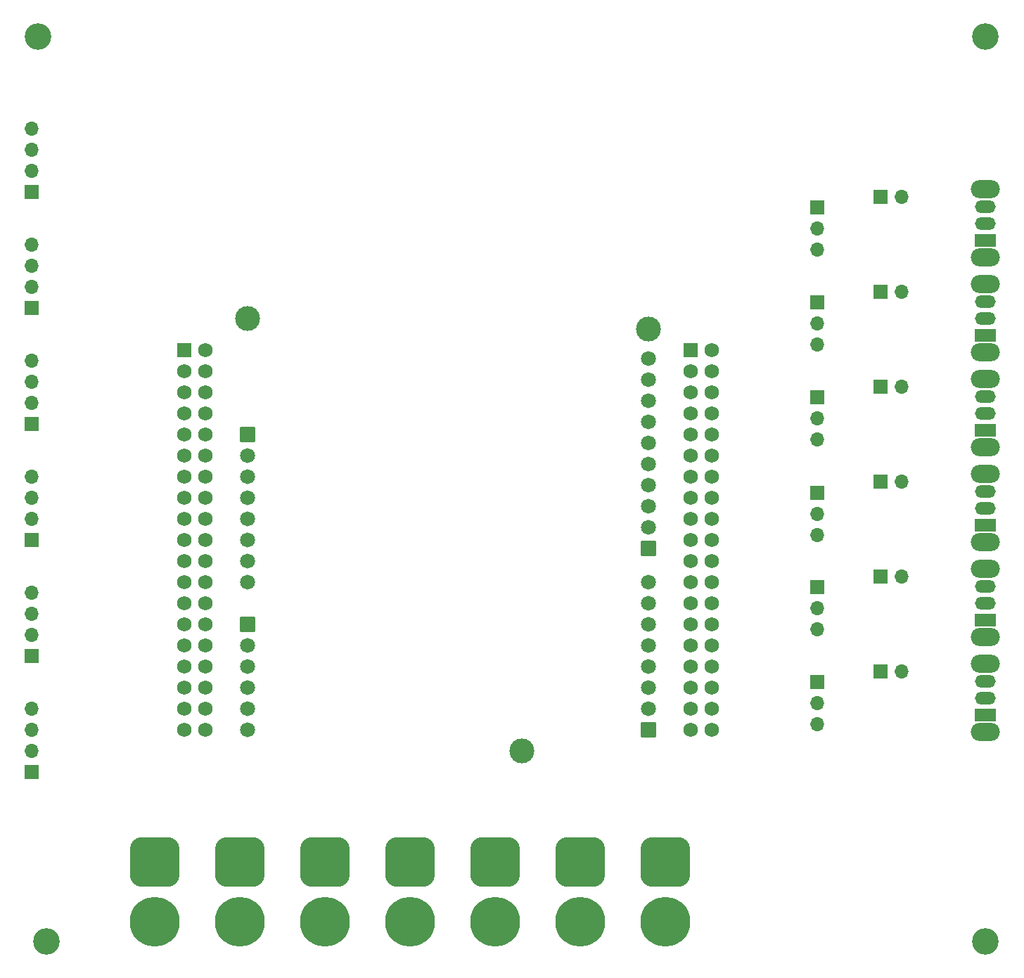
<source format=gbr>
%TF.GenerationSoftware,KiCad,Pcbnew,(7.0.0-0)*%
%TF.CreationDate,2023-11-04T22:02:26-07:00*%
%TF.ProjectId,master_node,6d617374-6572-45f6-9e6f-64652e6b6963,rev?*%
%TF.SameCoordinates,Original*%
%TF.FileFunction,Soldermask,Bot*%
%TF.FilePolarity,Negative*%
%FSLAX46Y46*%
G04 Gerber Fmt 4.6, Leading zero omitted, Abs format (unit mm)*
G04 Created by KiCad (PCBNEW (7.0.0-0)) date 2023-11-04 22:02:26*
%MOMM*%
%LPD*%
G01*
G04 APERTURE LIST*
G04 Aperture macros list*
%AMRoundRect*
0 Rectangle with rounded corners*
0 $1 Rounding radius*
0 $2 $3 $4 $5 $6 $7 $8 $9 X,Y pos of 4 corners*
0 Add a 4 corners polygon primitive as box body*
4,1,4,$2,$3,$4,$5,$6,$7,$8,$9,$2,$3,0*
0 Add four circle primitives for the rounded corners*
1,1,$1+$1,$2,$3*
1,1,$1+$1,$4,$5*
1,1,$1+$1,$6,$7*
1,1,$1+$1,$8,$9*
0 Add four rect primitives between the rounded corners*
20,1,$1+$1,$2,$3,$4,$5,0*
20,1,$1+$1,$4,$5,$6,$7,0*
20,1,$1+$1,$6,$7,$8,$9,0*
20,1,$1+$1,$8,$9,$2,$3,0*%
G04 Aperture macros list end*
%ADD10O,3.500000X2.200000*%
%ADD11R,2.500000X1.500000*%
%ADD12O,2.500000X1.500000*%
%ADD13RoundRect,1.500000X-1.500000X1.500000X-1.500000X-1.500000X1.500000X-1.500000X1.500000X1.500000X0*%
%ADD14C,6.000000*%
%ADD15R,1.700000X1.700000*%
%ADD16O,1.700000X1.700000*%
%ADD17C,3.200000*%
%ADD18C,1.734000*%
%ADD19RoundRect,0.102000X-0.765000X-0.765000X0.765000X-0.765000X0.765000X0.765000X-0.765000X0.765000X0*%
%ADD20C,1.809000*%
%ADD21RoundRect,0.102000X-0.802500X-0.802500X0.802500X-0.802500X0.802500X0.802500X-0.802500X0.802500X0*%
%ADD22C,3.000000*%
G04 APERTURE END LIST*
D10*
%TO.C,SW2*%
X191039999Y-109509999D03*
X191039999Y-101309999D03*
D11*
X191039999Y-107409999D03*
D12*
X191039999Y-105409999D03*
X191039999Y-103409999D03*
%TD*%
D13*
%TO.C,J15*%
X132000000Y-159400000D03*
D14*
X132000000Y-166600000D03*
%TD*%
D13*
%TO.C,J16*%
X121750000Y-159400000D03*
D14*
X121750000Y-166600000D03*
%TD*%
D15*
%TO.C,J1*%
X170814999Y-80644999D03*
D16*
X170814999Y-83184999D03*
X170814999Y-85724999D03*
%TD*%
D10*
%TO.C,SW5*%
X191039999Y-120939999D03*
X191039999Y-112739999D03*
D11*
X191039999Y-118839999D03*
D12*
X191039999Y-116839999D03*
X191039999Y-114839999D03*
%TD*%
D13*
%TO.C,J14*%
X142250000Y-159400000D03*
D14*
X142250000Y-166600000D03*
%TD*%
D15*
%TO.C,J2*%
X170814999Y-103504999D03*
D16*
X170814999Y-106044999D03*
X170814999Y-108584999D03*
%TD*%
%TO.C,J12*%
X76199999Y-127009999D03*
X76199999Y-129549999D03*
X76199999Y-132089999D03*
D15*
X76199999Y-134629999D03*
%TD*%
D13*
%TO.C,J18*%
X101250000Y-159400000D03*
D14*
X101250000Y-166600000D03*
%TD*%
D13*
%TO.C,J13*%
X152500000Y-159400000D03*
D14*
X152500000Y-166600000D03*
%TD*%
D15*
%TO.C,J4*%
X170814999Y-92074999D03*
D16*
X170814999Y-94614999D03*
X170814999Y-97154999D03*
%TD*%
D13*
%TO.C,J19*%
X91000000Y-159400000D03*
D14*
X91000000Y-166600000D03*
%TD*%
D17*
%TO.C,H4*%
X191000000Y-60000000D03*
%TD*%
D15*
%TO.C,J22*%
X178429999Y-125094999D03*
D16*
X180969999Y-125094999D03*
%TD*%
%TO.C,J7*%
X76199999Y-113039999D03*
X76199999Y-115579999D03*
X76199999Y-118119999D03*
D15*
X76199999Y-120659999D03*
%TD*%
D10*
%TO.C,SW6*%
X191039999Y-143799999D03*
X191039999Y-135599999D03*
D11*
X191039999Y-141699999D03*
D12*
X191039999Y-139699999D03*
X191039999Y-137699999D03*
%TD*%
D16*
%TO.C,J8*%
X76199999Y-99079999D03*
X76199999Y-101619999D03*
X76199999Y-104159999D03*
D15*
X76199999Y-106699999D03*
%TD*%
D16*
%TO.C,J9*%
X76199999Y-140969999D03*
X76199999Y-143509999D03*
X76199999Y-146049999D03*
D15*
X76199999Y-148589999D03*
%TD*%
%TO.C,J3*%
X170814999Y-126364999D03*
D16*
X170814999Y-128904999D03*
X170814999Y-131444999D03*
%TD*%
D13*
%TO.C,J17*%
X111500000Y-159400000D03*
D14*
X111500000Y-166600000D03*
%TD*%
D17*
%TO.C,H3*%
X191000000Y-169000000D03*
%TD*%
D18*
%TO.C,U1*%
X158115000Y-143525000D03*
X155575000Y-143525000D03*
X158115000Y-140985000D03*
X155575000Y-140985000D03*
X158115000Y-138445000D03*
X155575000Y-138445000D03*
X158115000Y-135905000D03*
X155575000Y-135905000D03*
X158115000Y-133365000D03*
X155575000Y-133365000D03*
X158115000Y-130825000D03*
X155575000Y-130825000D03*
X158115000Y-128285000D03*
X155575000Y-128285000D03*
X158115000Y-125745000D03*
X155575000Y-125745000D03*
X158115000Y-123205000D03*
X155575000Y-123205000D03*
X158115000Y-120665000D03*
X155575000Y-120665000D03*
X158115000Y-118125000D03*
X155575000Y-118125000D03*
X158115000Y-115585000D03*
X155575000Y-115585000D03*
X158115000Y-113045000D03*
X155575000Y-113045000D03*
X158115000Y-110505000D03*
X155575000Y-110505000D03*
X158115000Y-107965000D03*
X155575000Y-107965000D03*
X158115000Y-105425000D03*
X155575000Y-105425000D03*
X158115000Y-102885000D03*
X155575000Y-102885000D03*
X158115000Y-100345000D03*
X155575000Y-100345000D03*
X158115000Y-97805000D03*
D19*
X155575000Y-97805000D03*
D20*
X150495000Y-125745000D03*
X150495000Y-128285000D03*
X150495000Y-130825000D03*
X150495000Y-133365000D03*
X150495000Y-135905000D03*
X150495000Y-138445000D03*
X150495000Y-140985000D03*
D21*
X150495000Y-143525000D03*
D20*
X102235000Y-143525000D03*
X102235000Y-140985000D03*
X102235000Y-138445000D03*
X102235000Y-135905000D03*
X102235000Y-133365000D03*
D21*
X102235000Y-130825000D03*
D18*
X97155000Y-143525000D03*
X94615000Y-143525000D03*
X97155000Y-140985000D03*
X94615000Y-140985000D03*
X97155000Y-138445000D03*
X94615000Y-138445000D03*
X97155000Y-135905000D03*
X94615000Y-135905000D03*
X97155000Y-133365000D03*
X94615000Y-133365000D03*
X97155000Y-130825000D03*
X94615000Y-130825000D03*
X97155000Y-128285000D03*
X94615000Y-128285000D03*
X97155000Y-125745000D03*
X94615000Y-125745000D03*
X97155000Y-123205000D03*
X94615000Y-123205000D03*
X97155000Y-120665000D03*
X94615000Y-120665000D03*
X97155000Y-118125000D03*
X94615000Y-118125000D03*
X97155000Y-115585000D03*
X94615000Y-115585000D03*
X97155000Y-113045000D03*
X94615000Y-113045000D03*
X97155000Y-110505000D03*
X94615000Y-110505000D03*
X97155000Y-107965000D03*
X94615000Y-107965000D03*
X97155000Y-105425000D03*
X94615000Y-105425000D03*
X97155000Y-102885000D03*
X94615000Y-102885000D03*
X97155000Y-100345000D03*
X94615000Y-100345000D03*
X97155000Y-97805000D03*
D19*
X94615000Y-97805000D03*
D20*
X102235000Y-125745000D03*
X102235000Y-123205000D03*
X102235000Y-120665000D03*
X102235000Y-118125000D03*
X102235000Y-115585000D03*
X102235000Y-113045000D03*
X102235000Y-110505000D03*
D21*
X102235000Y-107965000D03*
D20*
X150495000Y-98825000D03*
X150495000Y-101365000D03*
X150495000Y-103905000D03*
X150495000Y-106445000D03*
X150495000Y-108985000D03*
X150495000Y-111525000D03*
X150495000Y-114065000D03*
X150495000Y-116605000D03*
X150495000Y-119145000D03*
D21*
X150495000Y-121685000D03*
D22*
X150495000Y-95265000D03*
X135255000Y-146065000D03*
X102235000Y-93995000D03*
%TD*%
D15*
%TO.C,J21*%
X178434999Y-102234999D03*
D16*
X180974999Y-102234999D03*
%TD*%
D10*
%TO.C,SW3*%
X191039999Y-98079999D03*
X191039999Y-89879999D03*
D11*
X191039999Y-95979999D03*
D12*
X191039999Y-93979999D03*
X191039999Y-91979999D03*
%TD*%
D15*
%TO.C,J23*%
X178434999Y-90804999D03*
D16*
X180974999Y-90804999D03*
%TD*%
D15*
%TO.C,J25*%
X178434999Y-136524999D03*
D16*
X180974999Y-136524999D03*
%TD*%
D10*
%TO.C,SW1*%
X191039999Y-86649999D03*
X191039999Y-78449999D03*
D11*
X191039999Y-84549999D03*
D12*
X191039999Y-82549999D03*
X191039999Y-80549999D03*
%TD*%
D15*
%TO.C,J5*%
X170814999Y-114949999D03*
D16*
X170814999Y-117489999D03*
X170814999Y-120029999D03*
%TD*%
D15*
%TO.C,J6*%
X170814999Y-137794999D03*
D16*
X170814999Y-140334999D03*
X170814999Y-142874999D03*
%TD*%
D17*
%TO.C,H1*%
X77000000Y-60000000D03*
%TD*%
D16*
%TO.C,J11*%
X76199999Y-85099999D03*
X76199999Y-87639999D03*
X76199999Y-90179999D03*
D15*
X76199999Y-92719999D03*
%TD*%
D10*
%TO.C,SW4*%
X191039999Y-132369999D03*
X191039999Y-124169999D03*
D11*
X191039999Y-130269999D03*
D12*
X191039999Y-128269999D03*
X191039999Y-126269999D03*
%TD*%
D16*
%TO.C,J10*%
X76199999Y-71129999D03*
X76199999Y-73669999D03*
X76199999Y-76209999D03*
D15*
X76199999Y-78749999D03*
%TD*%
%TO.C,J20*%
X178429999Y-79374999D03*
D16*
X180969999Y-79374999D03*
%TD*%
D17*
%TO.C,H2*%
X78000000Y-169000000D03*
%TD*%
D15*
%TO.C,J24*%
X178429999Y-113664999D03*
D16*
X180969999Y-113664999D03*
%TD*%
M02*

</source>
